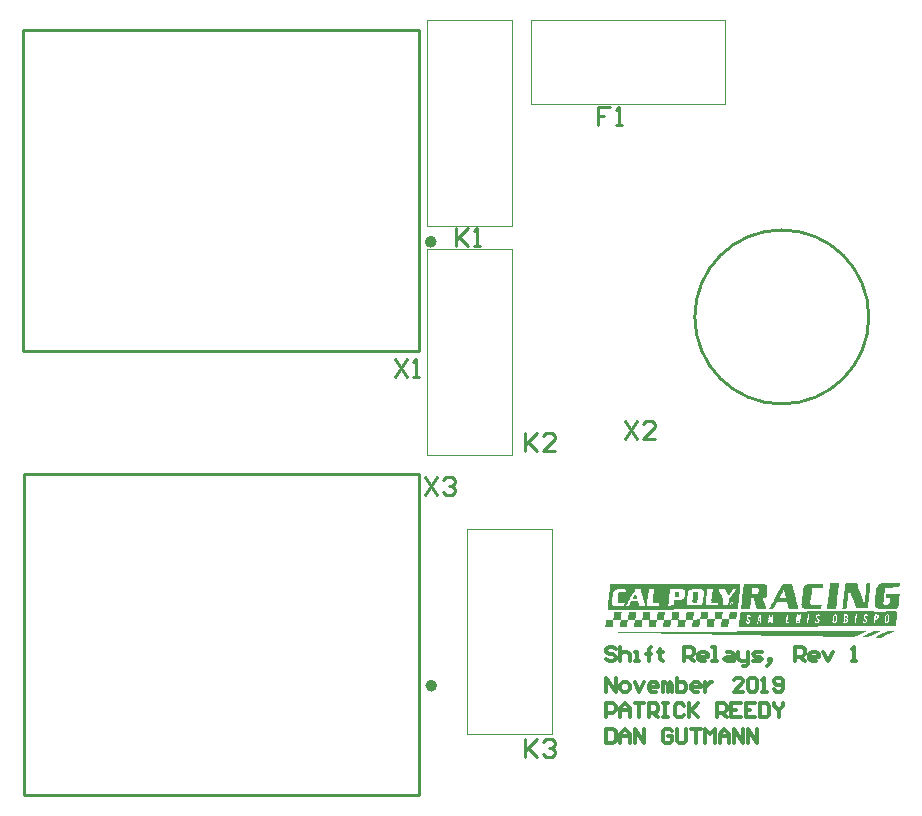
<source format=gbr>
%TF.GenerationSoftware,Altium Limited,Altium Designer,19.1.7 (138)*%
G04 Layer_Color=65535*
%FSLAX26Y26*%
%MOIN*%
%TF.FileFunction,Legend,Top*%
%TF.Part,Single*%
G01*
G75*
%TA.AperFunction,NonConductor*%
%ADD20C,0.019685*%
%ADD21C,0.010000*%
%ADD31C,0.003937*%
%ADD32C,0.012126*%
G36*
X3355262Y1384194D02*
X3356356Y1384198D01*
X3356358Y1383652D01*
X3356361Y1383105D01*
X3356368Y1381465D01*
X3355835Y1378181D01*
X3355840Y1377088D01*
X3355852Y1374354D01*
X3355327Y1369430D01*
X3354811Y1362320D01*
X3354813Y1361773D01*
X3354818Y1360679D01*
X3354280Y1358490D01*
X3354292Y1355756D01*
X3353227Y1349189D01*
X3351618Y1342074D01*
X3346875Y1301043D01*
X3308600Y1300876D01*
X3296967Y1335274D01*
X3296965Y1335821D01*
X3296413Y1336912D01*
X3295859Y1338550D01*
X3294756Y1340733D01*
X3292547Y1345645D01*
X3290334Y1351650D01*
X3290332Y1352197D01*
X3289780Y1353288D01*
X3288672Y1356564D01*
X3287562Y1360387D01*
X3285903Y1364754D01*
X3285900Y1365301D01*
X3285344Y1367485D01*
X3284790Y1369123D01*
X3284792Y1368577D01*
X3284797Y1367483D01*
X3284262Y1364747D01*
X3283735Y1360370D01*
X3283749Y1357089D01*
X3283216Y1353806D01*
X3282686Y1349976D01*
X3282158Y1345599D01*
X3281633Y1340676D01*
X3281112Y1334659D01*
X3281115Y1334112D01*
X3281119Y1333018D01*
X3280577Y1331922D01*
X3280587Y1329735D01*
X3280064Y1324265D01*
X3278997Y1318245D01*
X3278476Y1312228D01*
X3277406Y1306755D01*
X3276876Y1302926D01*
X3276336Y1301283D01*
X3276339Y1300736D01*
X3276343Y1299642D01*
X3263220Y1299585D01*
X3263216Y1300679D01*
X3263213Y1301226D01*
X3263753Y1302868D01*
X3263739Y1306149D01*
X3264276Y1308339D01*
X3264264Y1311073D01*
X3264796Y1314356D01*
X3265327Y1318186D01*
X3265852Y1323109D01*
X3266375Y1328580D01*
X3266896Y1334597D01*
X3267958Y1341710D01*
X3267956Y1342257D01*
X3267951Y1343350D01*
X3268488Y1345540D01*
X3268477Y1348274D01*
X3269542Y1354840D01*
X3270602Y1362500D01*
X3271115Y1370158D01*
X3272180Y1376724D01*
X3272169Y1379458D01*
X3272706Y1381647D01*
X3272701Y1382741D01*
X3272699Y1383288D01*
X3273787Y1384386D01*
X3312063Y1384553D01*
X3314276Y1378547D01*
X3314281Y1377454D01*
X3314835Y1375816D01*
X3315396Y1372537D01*
X3315948Y1371446D01*
X3316504Y1369261D01*
X3318164Y1364894D01*
X3319828Y1359433D01*
X3319830Y1358887D01*
X3320379Y1358342D01*
X3322034Y1355069D01*
X3323696Y1350155D01*
X3325358Y1345241D01*
X3325360Y1344694D01*
X3325909Y1344149D01*
X3327019Y1340326D01*
X3328681Y1335412D01*
X3330343Y1330498D01*
X3330894Y1329407D01*
X3331997Y1327225D01*
X3333108Y1323402D01*
X3334216Y1320126D01*
X3334218Y1319579D01*
X3334770Y1318488D01*
X3335323Y1316850D01*
X3335873Y1316305D01*
X3335870Y1316852D01*
X3336412Y1317948D01*
X3336400Y1320682D01*
X3336931Y1324512D01*
X3337465Y1327249D01*
X3337998Y1330532D01*
X3338528Y1334362D01*
X3339056Y1338738D01*
X3339581Y1343662D01*
X3340102Y1349679D01*
X3340099Y1350226D01*
X3340095Y1351319D01*
X3340634Y1352962D01*
X3340625Y1355149D01*
X3341148Y1360620D01*
X3342215Y1366639D01*
X3342734Y1373203D01*
X3343257Y1378674D01*
X3343247Y1380861D01*
X3343787Y1382503D01*
X3343782Y1383597D01*
X3343780Y1384144D01*
X3344324Y1384693D01*
X3353073Y1384731D01*
X3355262Y1384194D01*
D02*
G37*
G36*
X3454235Y1384078D02*
X3454239Y1382984D01*
X3453700Y1381341D01*
X3453709Y1379154D01*
X3453172Y1376965D01*
X3452104Y1370945D01*
X3408908Y1370757D01*
X3407816Y1370206D01*
X3407270Y1370203D01*
X3406725Y1369654D01*
X3405636Y1368556D01*
X3405097Y1366913D01*
X3405099Y1366366D01*
X3405104Y1365272D01*
X3404564Y1363630D01*
X3404579Y1360349D01*
X3404051Y1355972D01*
X3402983Y1349953D01*
X3401923Y1342293D01*
X3401928Y1341199D01*
X3401393Y1338463D01*
X3400863Y1334633D01*
X3400882Y1330258D01*
X3400354Y1325882D01*
X3399824Y1322052D01*
X3399289Y1319315D01*
X3399296Y1317675D01*
X3399298Y1317128D01*
X3399850Y1316037D01*
X3400948Y1314948D01*
X3402047Y1313860D01*
X3412436Y1313905D01*
X3415167Y1314463D01*
X3416805Y1315017D01*
X3417352Y1315020D01*
X3417897Y1315569D01*
X3420074Y1317765D01*
X3420616Y1318861D01*
X3421158Y1319957D01*
X3421696Y1322147D01*
X3421686Y1324334D01*
X3422219Y1327617D01*
X3422749Y1331447D01*
X3422727Y1336369D01*
X3406870Y1336300D01*
X3406866Y1337393D01*
X3406861Y1338487D01*
X3407398Y1340676D01*
X3407391Y1342317D01*
X3407928Y1344506D01*
X3408996Y1350526D01*
X3450552Y1350707D01*
X3453288Y1350172D01*
X3454382Y1350176D01*
X3454384Y1349630D01*
X3454389Y1348536D01*
X3453849Y1346893D01*
X3453861Y1344159D01*
X3453334Y1339783D01*
X3452266Y1333763D01*
X3451736Y1329933D01*
X3451208Y1325556D01*
X3451213Y1324463D01*
X3450678Y1321726D01*
X3450148Y1317896D01*
X3450167Y1313522D01*
X3449639Y1309145D01*
X3449112Y1304769D01*
X3448577Y1302032D01*
X3448579Y1301485D01*
X3448581Y1300939D01*
X3444207Y1300920D01*
X3440382Y1300356D01*
X3398825Y1300175D01*
X3392262Y1300694D01*
X3382966Y1300653D01*
X3381323Y1301193D01*
X3380230Y1301188D01*
X3379680Y1301732D01*
X3376393Y1303359D01*
X3374747Y1304445D01*
X3373098Y1306625D01*
X3371992Y1309354D01*
X3370884Y1312630D01*
X3370879Y1313724D01*
X3370872Y1315364D01*
X3370863Y1317551D01*
X3370846Y1321379D01*
X3370822Y1326847D01*
X3371341Y1333411D01*
X3372396Y1342164D01*
X3372391Y1343258D01*
X3372926Y1345994D01*
X3373459Y1349277D01*
X3373986Y1353654D01*
X3374514Y1358031D01*
X3375042Y1362408D01*
X3375577Y1365144D01*
X3375570Y1366784D01*
X3375567Y1367331D01*
X3376110Y1368427D01*
X3376649Y1370070D01*
X3377733Y1372262D01*
X3380993Y1377197D01*
X3385348Y1381591D01*
X3385892Y1382140D01*
X3386983Y1382691D01*
X3388622Y1383245D01*
X3390806Y1383802D01*
X3391353Y1383804D01*
X3392991Y1384358D01*
X3399553Y1384387D01*
X3405018Y1384957D01*
X3454230Y1385171D01*
X3454235Y1384078D01*
D02*
G37*
G36*
X3251374Y1383195D02*
X3251376Y1382648D01*
X3251383Y1381008D01*
X3250848Y1378271D01*
X3250311Y1376082D01*
X3250325Y1372801D01*
X3249793Y1369518D01*
X3249263Y1365688D01*
X3248737Y1360764D01*
X3248214Y1355294D01*
X3247696Y1348730D01*
X3246633Y1341617D01*
X3246636Y1341070D01*
X3246640Y1339977D01*
X3246103Y1337787D01*
X3246115Y1335053D01*
X3245050Y1328487D01*
X3244537Y1320829D01*
X3243474Y1313716D01*
X3242411Y1306603D01*
X3242423Y1303869D01*
X3241883Y1302226D01*
X3241891Y1300586D01*
X3241893Y1300039D01*
X3240253Y1300032D01*
X3238068Y1299476D01*
X3211275Y1299359D01*
X3211270Y1300453D01*
X3211265Y1301546D01*
X3211805Y1303189D01*
X3212338Y1306472D01*
X3212875Y1308662D01*
X3213410Y1311398D01*
X3213395Y1314679D01*
X3214470Y1319058D01*
X3214998Y1323435D01*
X3215521Y1328905D01*
X3216039Y1335469D01*
X3217102Y1342582D01*
X3221842Y1384160D01*
X3251369Y1384289D01*
X3251374Y1383195D01*
D02*
G37*
G36*
X3199975Y1382971D02*
X3199980Y1381878D01*
X3199989Y1379690D01*
X3199461Y1375314D01*
X3198938Y1369843D01*
X3167771Y1369708D01*
X3165586Y1369151D01*
X3164493Y1369147D01*
X3163948Y1368598D01*
X3163406Y1367502D01*
X3162867Y1365859D01*
X3162869Y1365312D01*
X3162325Y1364763D01*
X3161787Y1362573D01*
X3161252Y1359837D01*
X3160725Y1355460D01*
X3160204Y1349443D01*
X3159674Y1345613D01*
X3159146Y1341236D01*
X3155972Y1316616D01*
X3157071Y1315527D01*
X3157073Y1314981D01*
X3158171Y1313892D01*
X3193713Y1314046D01*
X3193718Y1312953D01*
X3193723Y1311859D01*
X3193185Y1309670D01*
X3192655Y1305840D01*
X3191590Y1299274D01*
X3151674Y1299100D01*
X3146204Y1299623D01*
X3141283Y1299601D01*
X3136906Y1300129D01*
X3135810Y1300671D01*
X3134716Y1300667D01*
X3134167Y1301211D01*
X3131426Y1302839D01*
X3130877Y1303384D01*
X3129227Y1305564D01*
X3127570Y1309384D01*
X3126453Y1314848D01*
X3126450Y1315394D01*
X3126443Y1317035D01*
X3126980Y1319224D01*
X3126968Y1321958D01*
X3128041Y1326884D01*
X3128564Y1332354D01*
X3129624Y1340014D01*
X3129622Y1340561D01*
X3129619Y1341108D01*
X3130154Y1343844D01*
X3130682Y1348221D01*
X3131207Y1353145D01*
X3131730Y1358615D01*
X3132258Y1362992D01*
X3132788Y1366822D01*
X3133325Y1369011D01*
X3133323Y1369558D01*
X3133865Y1370654D01*
X3134949Y1372846D01*
X3136580Y1375040D01*
X3138755Y1377784D01*
X3140933Y1379980D01*
X3144204Y1382182D01*
X3148025Y1383839D01*
X3199970Y1384065D01*
X3199975Y1382971D01*
D02*
G37*
G36*
X3103894Y1347011D02*
X3103896Y1346464D01*
X3104445Y1345920D01*
X3104999Y1344282D01*
X3105555Y1342097D01*
X3107222Y1336089D01*
X3108893Y1328988D01*
X3108896Y1328441D01*
X3109447Y1327350D01*
X3110004Y1325165D01*
X3110560Y1322980D01*
X3112224Y1317520D01*
X3113339Y1312603D01*
X3113891Y1311512D01*
X3114447Y1309327D01*
X3115003Y1307142D01*
X3115010Y1305502D01*
X3116679Y1298948D01*
X3085512Y1298812D01*
X3082184Y1309734D01*
X3082181Y1310280D01*
X3081630Y1311372D01*
X3081066Y1315197D01*
X3079958Y1318473D01*
X3079407Y1319564D01*
X3079405Y1320111D01*
X3079400Y1321204D01*
X3044952Y1321054D01*
X3038987Y1309546D01*
X3031926Y1298579D01*
X3018256Y1298519D01*
X3018796Y1300162D01*
X3019885Y1301261D01*
X3020969Y1303452D01*
X3022050Y1306191D01*
X3024223Y1309481D01*
X3026392Y1313865D01*
X3029649Y1319348D01*
X3033448Y1325926D01*
X3037786Y1334147D01*
X3043214Y1343466D01*
X3049181Y1354428D01*
X3056235Y1367035D01*
X3064375Y1381288D01*
X3065459Y1383479D01*
X3094986Y1383608D01*
X3103894Y1347011D01*
D02*
G37*
G36*
X2968681Y1381965D02*
X3005316Y1382124D01*
X3005865Y1381580D01*
X3008057Y1380496D01*
X3010251Y1378865D01*
X3011904Y1376138D01*
X3012455Y1375047D01*
X3012460Y1373953D01*
X3013014Y1372315D01*
X3013026Y1369581D01*
X3013040Y1366301D01*
X3012512Y1361924D01*
X3011989Y1356453D01*
X3011992Y1355907D01*
X3011999Y1354266D01*
X3012008Y1352079D01*
X3011474Y1349343D01*
X3010950Y1343872D01*
X3010960Y1341685D01*
X3010418Y1340589D01*
X3009874Y1340040D01*
X3008243Y1337846D01*
X3004969Y1336191D01*
X3000602Y1334532D01*
X2998415Y1334522D01*
X2998966Y1333431D01*
X2998971Y1332337D01*
X3000074Y1330155D01*
X3001182Y1326879D01*
X3002294Y1322509D01*
X3004508Y1316504D01*
X3005057Y1315960D01*
X3005613Y1313775D01*
X3006719Y1311046D01*
X3007827Y1307770D01*
X3008937Y1303947D01*
X3009496Y1301215D01*
X3010599Y1299033D01*
X3010601Y1298486D01*
X2977794Y1298343D01*
X2977240Y1299981D01*
X2977237Y1300528D01*
X2977235Y1301075D01*
X2976683Y1302166D01*
X2976681Y1302713D01*
X2976127Y1304351D01*
X2975571Y1306536D01*
X2974463Y1309812D01*
X2974458Y1310905D01*
X2973904Y1312543D01*
X2973345Y1315275D01*
X2972787Y1318006D01*
X2967794Y1334389D01*
X2959592Y1334353D01*
X2959048Y1333804D01*
X2959052Y1332710D01*
X2959057Y1331617D01*
X2958520Y1329427D01*
X2958534Y1326147D01*
X2958006Y1321770D01*
X2957486Y1315753D01*
X2957488Y1315206D01*
X2956949Y1313563D01*
X2956414Y1310827D01*
X2955881Y1307544D01*
X2955884Y1306997D01*
X2955346Y1304807D01*
X2955356Y1302620D01*
X2954819Y1300430D01*
X2954821Y1299884D01*
X2954823Y1299337D01*
X2954279Y1298788D01*
X2954281Y1298241D01*
X2924754Y1298112D01*
X2924750Y1299206D01*
X2924747Y1299753D01*
X2925287Y1301396D01*
X2925275Y1304130D01*
X2925812Y1306319D01*
X2925800Y1309053D01*
X2926333Y1312336D01*
X2926861Y1316713D01*
X2927388Y1321090D01*
X2927911Y1326560D01*
X2928430Y1333124D01*
X2929492Y1340237D01*
X2929490Y1340784D01*
X2929485Y1341878D01*
X2930022Y1344067D01*
X2930011Y1346801D01*
X2931076Y1353367D01*
X2932138Y1360480D01*
X2933198Y1368140D01*
X2933717Y1374704D01*
X2934252Y1377441D01*
X2934789Y1379630D01*
X2935329Y1381273D01*
X2935326Y1381820D01*
X2935322Y1382913D01*
X2968681Y1381965D01*
D02*
G37*
G36*
X2923297Y1381767D02*
X2923299Y1381221D01*
X2923309Y1379033D01*
X2922774Y1376297D01*
X2922239Y1373561D01*
X2922251Y1370827D01*
X2921718Y1367543D01*
X2921191Y1363167D01*
X2920665Y1358243D01*
X2920142Y1352773D01*
X2919624Y1346209D01*
X2918561Y1339096D01*
X2913818Y1298065D01*
X2480210Y1296178D01*
X2480205Y1297272D01*
X2480201Y1298365D01*
X2480740Y1300008D01*
X2480726Y1303289D01*
X2481263Y1305478D01*
X2481251Y1308212D01*
X2481784Y1311496D01*
X2482314Y1315325D01*
X2482842Y1319702D01*
X2483365Y1325173D01*
X2483885Y1331190D01*
X2484948Y1338303D01*
X2484946Y1338850D01*
X2484941Y1339943D01*
X2485478Y1342133D01*
X2485466Y1344867D01*
X2486531Y1351433D01*
X2487592Y1359093D01*
X2488105Y1366750D01*
X2489170Y1373317D01*
X2489158Y1376051D01*
X2489696Y1378240D01*
X2489691Y1379334D01*
X2489689Y1379881D01*
X2489684Y1380974D01*
X2924386Y1382866D01*
X2923297Y1381767D01*
D02*
G37*
G36*
X2767320Y1287585D02*
X2767325Y1286491D01*
X2767332Y1284851D01*
X2766793Y1283208D01*
X2766804Y1280474D01*
X2766274Y1276644D01*
X2766277Y1276098D01*
X2766281Y1275004D01*
X2766291Y1272817D01*
X2765754Y1270627D01*
X2765763Y1268440D01*
X2765226Y1266251D01*
X2765231Y1265157D01*
X2764686Y1264608D01*
X2764689Y1264061D01*
X2741176Y1263959D01*
X2741179Y1263412D01*
X2741184Y1262318D01*
X2740644Y1260675D01*
X2740107Y1258486D01*
X2739572Y1255749D01*
X2739042Y1251920D01*
X2739044Y1251373D01*
X2739049Y1250279D01*
X2738516Y1246996D01*
X2737988Y1242619D01*
X2737996Y1240979D01*
X2738000Y1239885D01*
X2738003Y1239339D01*
X2713397Y1239232D01*
X2713395Y1239778D01*
X2713392Y1240325D01*
X2713390Y1240872D01*
X2713930Y1242515D01*
X2713920Y1244702D01*
X2714452Y1247985D01*
X2714983Y1251815D01*
X2714980Y1252362D01*
X2715522Y1253458D01*
X2715513Y1255645D01*
X2716050Y1257834D01*
X2716041Y1260022D01*
X2716578Y1262211D01*
X2716573Y1263305D01*
X2716571Y1263851D01*
X2692512Y1263747D01*
X2692514Y1263200D01*
X2692517Y1262653D01*
X2692521Y1261560D01*
X2691982Y1259917D01*
X2691991Y1257730D01*
X2691459Y1254447D01*
X2690928Y1250617D01*
X2689885Y1239129D01*
X2665279Y1239022D01*
X2665277Y1239569D01*
X2665272Y1240662D01*
X2665811Y1242305D01*
X2665802Y1244492D01*
X2665790Y1247226D01*
X2666320Y1251056D01*
X2666318Y1251603D01*
X2666860Y1252699D01*
X2666850Y1254886D01*
X2667388Y1257076D01*
X2667918Y1260906D01*
X2667911Y1262546D01*
X2667908Y1263093D01*
X2666265Y1263633D01*
X2644394Y1263537D01*
X2644398Y1262444D01*
X2644401Y1261897D01*
X2644406Y1260803D01*
X2643864Y1259707D01*
X2643873Y1257520D01*
X2643341Y1254237D01*
X2642811Y1250407D01*
X2641767Y1238920D01*
X2617161Y1238813D01*
X2617159Y1239360D01*
X2617156Y1239906D01*
X2617694Y1242096D01*
X2618226Y1245379D01*
X2618756Y1249209D01*
X2619267Y1257413D01*
X2619800Y1260696D01*
X2619788Y1263430D01*
X2644394Y1263537D01*
X2644391Y1264084D01*
X2644389Y1264631D01*
X2644384Y1265725D01*
X2644926Y1266821D01*
X2644917Y1269008D01*
X2644903Y1272289D01*
X2645433Y1276119D01*
X2647568Y1288158D01*
X2671080Y1288260D01*
X2671084Y1287166D01*
X2671089Y1286073D01*
X2670552Y1283883D01*
X2670019Y1280600D01*
X2669489Y1276770D01*
X2668961Y1272393D01*
X2668431Y1268563D01*
X2667896Y1265827D01*
X2667903Y1264187D01*
X2669544Y1264194D01*
X2671187Y1263654D01*
X2692512Y1263747D01*
X2692509Y1264294D01*
X2692507Y1264840D01*
X2693044Y1267030D01*
X2693577Y1270313D01*
X2694107Y1274143D01*
X2695165Y1282350D01*
X2695697Y1285633D01*
X2695685Y1288367D01*
X2719198Y1288469D01*
X2719202Y1287376D01*
X2719205Y1286829D01*
X2718667Y1284639D01*
X2718133Y1281903D01*
X2718147Y1278622D01*
X2717086Y1270962D01*
X2716554Y1267679D01*
X2716568Y1264398D01*
X2718209Y1264406D01*
X2719305Y1263863D01*
X2741176Y1263959D01*
X2741174Y1264505D01*
X2741172Y1265052D01*
X2741169Y1265599D01*
X2741709Y1267242D01*
X2741699Y1269429D01*
X2741685Y1272710D01*
X2742215Y1276540D01*
X2742213Y1277086D01*
X2742755Y1278182D01*
X2742745Y1280370D01*
X2743283Y1282559D01*
X2743273Y1284746D01*
X2743811Y1286936D01*
X2743806Y1288030D01*
X2743803Y1288576D01*
X2767316Y1288679D01*
X2767320Y1287585D01*
D02*
G37*
G36*
X2622417Y1287501D02*
X2622964Y1287504D01*
X2622971Y1285863D01*
X2622432Y1284220D01*
X2622441Y1282033D01*
X2621906Y1279297D01*
X2621376Y1275467D01*
X2621378Y1274920D01*
X2621383Y1273827D01*
X2620846Y1271637D01*
X2620855Y1269450D01*
X2620325Y1265620D01*
X2619786Y1263977D01*
X2619788Y1263430D01*
X2597916Y1263335D01*
X2596825Y1262784D01*
X2596278Y1262781D01*
X2596285Y1261141D01*
X2595746Y1259498D01*
X2595755Y1257311D01*
X2595220Y1254575D01*
X2594690Y1250745D01*
X2594693Y1250198D01*
X2594697Y1249104D01*
X2594160Y1246915D01*
X2594169Y1244727D01*
X2593639Y1240898D01*
X2593646Y1239257D01*
X2593649Y1238710D01*
X2569043Y1238603D01*
X2569041Y1239150D01*
X2569038Y1239697D01*
X2569036Y1240244D01*
X2569576Y1241887D01*
X2569566Y1244074D01*
X2569552Y1247354D01*
X2570082Y1251184D01*
X2570080Y1251731D01*
X2570622Y1252827D01*
X2570612Y1255014D01*
X2571149Y1257204D01*
X2571140Y1259391D01*
X2571677Y1261581D01*
X2571672Y1262674D01*
X2571670Y1263221D01*
X2548158Y1263119D01*
X2548160Y1262572D01*
X2548165Y1261478D01*
X2547623Y1260382D01*
X2547086Y1258193D01*
X2546553Y1254910D01*
X2546023Y1251080D01*
X2544984Y1238499D01*
X2520378Y1238392D01*
X2520376Y1238938D01*
X2520371Y1240032D01*
X2520911Y1241675D01*
X2520901Y1243862D01*
X2521436Y1246598D01*
X2521966Y1250428D01*
X2521964Y1250975D01*
X2522506Y1252071D01*
X2522497Y1254258D01*
X2523034Y1256448D01*
X2523564Y1260278D01*
X2523557Y1261918D01*
X2523555Y1262465D01*
X2523008Y1262463D01*
X2521912Y1263005D01*
X2500040Y1262909D01*
X2500042Y1262362D01*
X2500045Y1261816D01*
X2499515Y1257986D01*
X2498984Y1254156D01*
X2497910Y1249777D01*
X2496866Y1238289D01*
X2472260Y1238182D01*
X2472253Y1239823D01*
X2472251Y1240369D01*
X2472793Y1241465D01*
X2472791Y1242012D01*
X2473335Y1242561D01*
X2473328Y1244202D01*
X2473865Y1246391D01*
X2473863Y1246938D01*
X2474402Y1248581D01*
X2474388Y1251862D01*
X2475434Y1262802D01*
X2500040Y1262909D01*
X2500037Y1263456D01*
X2500035Y1264003D01*
X2500028Y1265643D01*
X2500023Y1266737D01*
X2500014Y1268924D01*
X2500549Y1271660D01*
X2500532Y1275488D01*
X2502667Y1287527D01*
X2527273Y1287634D01*
X2526184Y1286536D01*
X2526186Y1285989D01*
X2526196Y1283802D01*
X2525661Y1281065D01*
X2525677Y1277238D01*
X2525164Y1269580D01*
X2524631Y1266297D01*
X2524643Y1263563D01*
X2526284Y1263570D01*
X2527380Y1263028D01*
X2548158Y1263119D01*
X2548155Y1263666D01*
X2548153Y1264212D01*
X2548151Y1264759D01*
X2548690Y1266402D01*
X2548681Y1268589D01*
X2548667Y1271870D01*
X2549197Y1275700D01*
X2549194Y1276246D01*
X2549736Y1277342D01*
X2549727Y1279530D01*
X2550264Y1281719D01*
X2550255Y1283906D01*
X2550792Y1286096D01*
X2550787Y1287190D01*
X2550785Y1287736D01*
X2575390Y1287843D01*
X2574302Y1286745D01*
X2574304Y1286198D01*
X2574309Y1285105D01*
X2574314Y1284011D01*
X2574323Y1281824D01*
X2573791Y1278541D01*
X2573807Y1274713D01*
X2572764Y1263226D01*
X2584244Y1263822D01*
X2596273Y1263875D01*
X2597315Y1275909D01*
X2597312Y1276456D01*
X2597854Y1277552D01*
X2597845Y1279739D01*
X2598382Y1281929D01*
X2598373Y1284116D01*
X2598910Y1286305D01*
X2598905Y1287399D01*
X2598903Y1287946D01*
X2621321Y1288043D01*
X2622417Y1287501D01*
D02*
G37*
G36*
X3374807Y1290775D02*
X3439876Y1291058D01*
X3443706Y1290528D01*
X3446439Y1290540D01*
X3446442Y1289993D01*
X3446449Y1288353D01*
X3445916Y1285070D01*
X3445938Y1280149D01*
X3444873Y1273582D01*
X3443815Y1265376D01*
X3442767Y1254982D01*
X3441697Y1249509D01*
X3440632Y1242943D01*
X3440634Y1242396D01*
X2918445Y1240124D01*
X2918443Y1240670D01*
X2918440Y1241217D01*
X2918433Y1242858D01*
X2918968Y1245594D01*
X2918947Y1250515D01*
X2919467Y1256532D01*
X2919997Y1260362D01*
X2920525Y1264739D01*
X2921050Y1269662D01*
X2922120Y1275135D01*
X2922639Y1281699D01*
X2923704Y1288265D01*
X2923699Y1289359D01*
X3363322Y1291272D01*
X3374807Y1290775D01*
D02*
G37*
G36*
X2912221Y1288216D02*
X2912223Y1287669D01*
X2912228Y1286575D01*
X2912230Y1286028D01*
X2912233Y1285482D01*
X2911700Y1282198D01*
X2911703Y1281652D01*
X2911707Y1280558D01*
X2911170Y1278368D01*
X2911180Y1276181D01*
X2909042Y1264689D01*
X2885530Y1264587D01*
X2885533Y1264040D01*
X2885537Y1262946D01*
X2884995Y1261850D01*
X2885005Y1259663D01*
X2884472Y1256380D01*
X2883942Y1252550D01*
X2883945Y1252003D01*
X2883949Y1250910D01*
X2883412Y1248720D01*
X2883422Y1246533D01*
X2882894Y1242156D01*
X2882901Y1240516D01*
X2882903Y1239969D01*
X2858298Y1239862D01*
X2858295Y1240409D01*
X2858293Y1240956D01*
X2858286Y1242596D01*
X2858828Y1243692D01*
X2858818Y1245879D01*
X2858806Y1248613D01*
X2859336Y1252443D01*
X2859334Y1252990D01*
X2859876Y1254086D01*
X2860406Y1257916D01*
X2860934Y1262293D01*
X2860927Y1263933D01*
X2860925Y1264480D01*
X2884437Y1264582D01*
X2885528Y1265133D01*
X2885526Y1265680D01*
X2885521Y1266774D01*
X2886063Y1267870D01*
X2886053Y1270057D01*
X2886039Y1273338D01*
X2886569Y1277168D01*
X2888704Y1289207D01*
X2912216Y1289309D01*
X2912221Y1288216D01*
D02*
G37*
G36*
X2864101Y1288553D02*
X2864105Y1287459D01*
X2863563Y1286363D01*
X2863573Y1284176D01*
X2863040Y1280893D01*
X2862510Y1277063D01*
X2862512Y1276516D01*
X2862517Y1275423D01*
X2861980Y1273233D01*
X2861990Y1271046D01*
X2861462Y1266669D01*
X2860922Y1265026D01*
X2860925Y1264480D01*
X2837412Y1264377D01*
X2835278Y1252338D01*
X2835280Y1251792D01*
X2835285Y1250698D01*
X2835294Y1248511D01*
X2835304Y1246324D01*
X2834776Y1241947D01*
X2834783Y1240306D01*
X2834785Y1239760D01*
X2810180Y1239653D01*
X2810177Y1240199D01*
X2810175Y1240746D01*
X2810168Y1242387D01*
X2810710Y1243483D01*
X2810700Y1245670D01*
X2810688Y1248404D01*
X2811218Y1252234D01*
X2811216Y1252780D01*
X2811758Y1253876D01*
X2812288Y1257706D01*
X2812816Y1262083D01*
X2812809Y1263724D01*
X2812807Y1264270D01*
X2836319Y1264373D01*
X2837410Y1264924D01*
X2837408Y1265471D01*
X2837400Y1267111D01*
X2837940Y1268754D01*
X2837931Y1270941D01*
X2837919Y1273675D01*
X2838451Y1276958D01*
X2838449Y1277505D01*
X2838444Y1278599D01*
X2838974Y1282429D01*
X2839502Y1286805D01*
X2839495Y1288446D01*
X2839492Y1288993D01*
X2864098Y1289100D01*
X2864101Y1288553D01*
D02*
G37*
G36*
X2815436Y1288341D02*
X2815438Y1287794D01*
X2815448Y1285607D01*
X2814910Y1283418D01*
X2814925Y1280137D01*
X2814397Y1275760D01*
X2813872Y1270837D01*
X2812804Y1264817D01*
X2812807Y1264270D01*
X2789294Y1264168D01*
X2787160Y1252129D01*
X2787162Y1251582D01*
X2787167Y1250489D01*
X2786637Y1246659D01*
X2786109Y1242282D01*
X2786113Y1241188D01*
X2786118Y1240095D01*
X2786121Y1239548D01*
X2761515Y1239441D01*
X2761512Y1239988D01*
X2761508Y1241081D01*
X2761501Y1242722D01*
X2762038Y1244911D01*
X2762026Y1247645D01*
X2763101Y1252024D01*
X2763626Y1256948D01*
X2764693Y1262967D01*
X2764689Y1264061D01*
X2789294Y1264168D01*
X2790338Y1275655D01*
X2790336Y1276202D01*
X2790331Y1277296D01*
X2790321Y1279483D01*
X2790859Y1281672D01*
X2790849Y1283860D01*
X2791386Y1286049D01*
X2791382Y1287143D01*
X2791926Y1287692D01*
X2791921Y1288786D01*
X2815434Y1288888D01*
X2815436Y1288341D01*
D02*
G37*
G36*
X3304007Y1225397D02*
X3343923Y1225571D01*
X3343378Y1225022D01*
X3341743Y1223921D01*
X3339560Y1222818D01*
X3335740Y1221161D01*
X3330831Y1218406D01*
X3323737Y1215094D01*
X3303001Y1205161D01*
X2886847Y1213193D01*
X2876458Y1213148D01*
X2868801Y1213661D01*
X2859505Y1213621D01*
X2848567Y1214120D01*
X2835991Y1214065D01*
X2821772Y1214550D01*
X2806459Y1215030D01*
X2790602Y1214961D01*
X2773102Y1215432D01*
X2755056Y1215900D01*
X2736462Y1216366D01*
X2717871Y1216285D01*
X2679044Y1217210D01*
X2640217Y1218134D01*
X2621077Y1218598D01*
X2602483Y1219064D01*
X2584439Y1218985D01*
X2567486Y1219458D01*
X2551080Y1219934D01*
X2535767Y1220414D01*
X2521550Y1220352D01*
X2508972Y1220844D01*
X2498036Y1220797D01*
X2488738Y1221303D01*
X2481083Y1221270D01*
X2475613Y1221793D01*
X2515529Y1221966D01*
X2525369Y1222556D01*
X3290881Y1225887D01*
X3304007Y1225397D01*
D02*
G37*
G36*
X3390947Y1225775D02*
X3390403Y1225226D01*
X3388767Y1224126D01*
X3386585Y1223023D01*
X3382764Y1221366D01*
X3377308Y1218608D01*
X3370214Y1215296D01*
X3348390Y1204265D01*
X3335267Y1204208D01*
X3331437Y1204738D01*
X3327607Y1205268D01*
X3325967Y1205261D01*
X3326511Y1205810D01*
X3328149Y1206364D01*
X3331423Y1208019D01*
X3331969Y1208021D01*
X3332514Y1208570D01*
X3335787Y1210225D01*
X3340152Y1212431D01*
X3346702Y1215194D01*
X3367979Y1226222D01*
X3389851Y1226318D01*
X3390947Y1225775D01*
D02*
G37*
G36*
X3438518Y1225983D02*
X3437974Y1225433D01*
X3436338Y1224333D01*
X3433611Y1222680D01*
X3429244Y1221021D01*
X3423788Y1218263D01*
X3416150Y1214402D01*
X3392685Y1203364D01*
X3382296Y1203319D01*
X3379013Y1203851D01*
X3374636Y1204379D01*
X3371902Y1204367D01*
X3372447Y1204916D01*
X3374082Y1206017D01*
X3376811Y1207123D01*
X3380085Y1208777D01*
X3385541Y1211535D01*
X3392633Y1215394D01*
X3415550Y1226429D01*
X3437422Y1226525D01*
X3438518Y1225983D01*
D02*
G37*
%LPC*%
G36*
X3068278Y1363807D02*
X3067736Y1362711D01*
X3066650Y1361066D01*
X3065566Y1358874D01*
X3064482Y1356682D01*
X3064484Y1356135D01*
X3063940Y1355586D01*
X3062314Y1352298D01*
X3059601Y1347365D01*
X3056891Y1341885D01*
X3056893Y1341338D01*
X3056349Y1340789D01*
X3055265Y1338597D01*
X3054183Y1335858D01*
X3053639Y1335309D01*
X3053641Y1334763D01*
X3064577Y1334810D01*
X3075508Y1335951D01*
X3075506Y1336498D01*
X3074954Y1337589D01*
X3074952Y1338136D01*
X3074400Y1339227D01*
X3073846Y1340865D01*
X3073290Y1343050D01*
X3073287Y1343597D01*
X3072733Y1345235D01*
X3072168Y1349607D01*
X3072165Y1350154D01*
X3071611Y1351792D01*
X3071055Y1353976D01*
X3070496Y1356708D01*
X3069391Y1359437D01*
X3068835Y1361622D01*
X3068281Y1363260D01*
X3068278Y1363807D01*
D02*
G37*
G36*
X2982410Y1368354D02*
X2962726Y1368269D01*
X2962219Y1358971D01*
X2962222Y1358424D01*
X2962226Y1357331D01*
X2961694Y1354047D01*
X2961164Y1350217D01*
X2961168Y1349124D01*
X2961171Y1348577D01*
X2978668Y1348653D01*
X2980306Y1349207D01*
X2980853Y1349209D01*
X2980851Y1349756D01*
X2981393Y1350852D01*
X2981935Y1351948D01*
X2982474Y1353591D01*
X2983009Y1356327D01*
X2983544Y1359064D01*
X2983542Y1359611D01*
X2983539Y1360157D01*
X2984072Y1363440D01*
X2983511Y1366719D01*
X2982959Y1367810D01*
X2982410Y1368354D01*
D02*
G37*
G36*
X2908602Y1365846D02*
X2898760Y1365803D01*
X2891157Y1353740D01*
X2890613Y1353191D01*
X2890071Y1352095D01*
X2887351Y1348803D01*
X2884634Y1344963D01*
X2884092Y1343867D01*
X2883547Y1343318D01*
X2882996Y1344409D01*
X2882442Y1346047D01*
X2881341Y1347683D01*
X2880236Y1350412D01*
X2878581Y1353686D01*
X2872514Y1365689D01*
X2850642Y1365594D01*
X2850647Y1364500D01*
X2850649Y1363954D01*
X2851198Y1363409D01*
X2851750Y1362318D01*
X2852853Y1360135D01*
X2853959Y1357406D01*
X2856165Y1353041D01*
X2858920Y1348132D01*
X2866644Y1332308D01*
X2864505Y1321363D01*
X2864507Y1320816D01*
X2864512Y1319723D01*
X2864526Y1316442D01*
X2863994Y1313159D01*
X2863998Y1312065D01*
X2864001Y1311518D01*
X2882592Y1311599D01*
X2883642Y1321446D01*
X2885240Y1331296D01*
X2896107Y1347200D01*
X2896651Y1347749D01*
X2897738Y1349395D01*
X2899366Y1352136D01*
X2900995Y1354877D01*
X2901539Y1355426D01*
X2902626Y1357071D01*
X2904256Y1359265D01*
X2905343Y1360911D01*
X2905887Y1361460D01*
X2906429Y1362556D01*
X2906974Y1363105D01*
X2908065Y1363657D01*
X2908602Y1365846D01*
D02*
G37*
G36*
X2896216Y1322048D02*
X2894576Y1322041D01*
X2893485Y1321489D01*
X2892940Y1320940D01*
X2891305Y1319839D01*
X2889671Y1318192D01*
X2889134Y1316002D01*
X2889137Y1315455D01*
X2889688Y1314364D01*
X2890789Y1312728D01*
X2892434Y1311642D01*
X2895168Y1311654D01*
X2897350Y1312757D01*
X2898439Y1313855D01*
X2898979Y1315498D01*
X2899523Y1316047D01*
X2899516Y1317688D01*
X2898960Y1319872D01*
X2898411Y1320417D01*
X2897312Y1321506D01*
X2896765Y1321503D01*
X2896216Y1322048D01*
D02*
G37*
G36*
X2832051Y1365513D02*
X2814007Y1365434D01*
X2812916Y1364883D01*
X2812369Y1364880D01*
X2812371Y1364334D01*
X2812376Y1363240D01*
X2811839Y1361051D01*
X2811853Y1357770D01*
X2811325Y1353393D01*
X2810262Y1346280D01*
X2809732Y1342450D01*
X2809207Y1337526D01*
X2809209Y1336980D01*
X2809212Y1336433D01*
X2808677Y1333697D01*
X2808149Y1329320D01*
X2808171Y1324399D01*
X2807645Y1319475D01*
X2807115Y1315645D01*
X2806582Y1312362D01*
X2806585Y1311815D01*
X2806587Y1311268D01*
X2848144Y1311449D01*
X2848132Y1314183D01*
X2848129Y1314730D01*
X2848669Y1316373D01*
X2849209Y1318016D01*
X2849204Y1319109D01*
X2849199Y1320203D01*
X2826234Y1320103D01*
X2826231Y1320650D01*
X2826224Y1322290D01*
X2826759Y1325026D01*
X2826740Y1329401D01*
X2827807Y1335420D01*
X2828868Y1343080D01*
X2829921Y1352380D01*
X2830988Y1358400D01*
X2832056Y1364419D01*
X2832051Y1365513D01*
D02*
G37*
G36*
X2794869Y1365351D02*
X2765889Y1365225D01*
X2762064Y1364662D01*
X2758238Y1364098D01*
X2756054Y1363542D01*
X2754416Y1362988D01*
X2753871Y1362439D01*
X2751689Y1361336D01*
X2750058Y1359141D01*
X2748434Y1355307D01*
X2748437Y1354760D01*
X2747899Y1352570D01*
X2747364Y1349834D01*
X2746837Y1345457D01*
X2745765Y1340531D01*
X2745242Y1335061D01*
X2744723Y1328497D01*
X2744752Y1321936D01*
X2744754Y1321389D01*
X2744766Y1318655D01*
X2744769Y1318108D01*
X2745872Y1315926D01*
X2747521Y1313745D01*
X2749716Y1312115D01*
X2750263Y1312117D01*
X2751358Y1311575D01*
X2755733Y1311594D01*
X2759016Y1311062D01*
X2778701Y1311147D01*
X2781979Y1311708D01*
X2788541Y1311737D01*
X2790179Y1312291D01*
X2791270Y1312842D01*
X2793450Y1314492D01*
X2795620Y1318329D01*
X2797786Y1323260D01*
X2797784Y1323807D01*
X2797781Y1324353D01*
X2798321Y1325996D01*
X2798314Y1327637D01*
X2798849Y1330373D01*
X2799381Y1333656D01*
X2799909Y1338033D01*
X2799904Y1339126D01*
X2799897Y1340767D01*
X2800430Y1344050D01*
X2800413Y1347878D01*
X2800396Y1351705D01*
X2800380Y1355533D01*
X2800368Y1358267D01*
X2799811Y1360451D01*
X2799809Y1360998D01*
X2798711Y1362087D01*
X2797613Y1363176D01*
X2795421Y1364260D01*
X2794869Y1365351D01*
D02*
G37*
G36*
X2722692Y1365037D02*
X2692618Y1364906D01*
X2690434Y1364350D01*
X2689340Y1364345D01*
X2689342Y1363798D01*
X2689347Y1362705D01*
X2688810Y1360515D01*
X2688277Y1357232D01*
X2687749Y1352855D01*
X2686687Y1345742D01*
X2686157Y1341912D01*
X2685631Y1336989D01*
X2685634Y1336442D01*
X2685636Y1335895D01*
X2685101Y1333159D01*
X2684573Y1328782D01*
X2684048Y1323859D01*
X2683523Y1318935D01*
X2682992Y1315105D01*
X2682460Y1311822D01*
X2682462Y1311275D01*
X2682465Y1310728D01*
X2701603Y1310812D01*
X2701598Y1311905D01*
X2701595Y1312452D01*
X2701591Y1313546D01*
X2701579Y1316280D01*
X2702119Y1317922D01*
X2702107Y1320656D01*
X2702104Y1321203D01*
X2702099Y1322297D01*
X2702634Y1325033D01*
X2703167Y1328316D01*
X2703160Y1329957D01*
X2703157Y1330503D01*
X2729403Y1330618D01*
X2729948Y1331167D01*
X2732130Y1332270D01*
X2734852Y1335016D01*
X2736479Y1338304D01*
X2736476Y1338850D01*
X2737021Y1339400D01*
X2737016Y1340493D01*
X2737555Y1342136D01*
X2738090Y1344872D01*
X2738076Y1348153D01*
X2738604Y1352530D01*
X2738599Y1353623D01*
X2739136Y1355813D01*
X2739127Y1358000D01*
X2738570Y1360185D01*
X2738021Y1360729D01*
X2736923Y1361818D01*
X2735278Y1362905D01*
X2732539Y1363986D01*
X2731992Y1363984D01*
X2730896Y1364526D01*
X2726522Y1364507D01*
X2722692Y1365037D01*
D02*
G37*
G36*
X2636298Y1364661D02*
X2617707Y1364580D01*
X2613450Y1337768D01*
X2613452Y1337222D01*
X2613454Y1336675D01*
X2612919Y1333938D01*
X2612392Y1329562D01*
X2612413Y1324640D01*
X2611888Y1319717D01*
X2611360Y1315340D01*
X2610827Y1312057D01*
X2610832Y1310964D01*
X2610835Y1310417D01*
X2652391Y1310598D01*
X2652926Y1313334D01*
X2652924Y1313881D01*
X2652914Y1316068D01*
X2652912Y1316615D01*
X2652909Y1317161D01*
X2652907Y1317708D01*
X2652905Y1318255D01*
X2652900Y1319349D01*
X2630481Y1319251D01*
X2630479Y1319798D01*
X2630472Y1321438D01*
X2631004Y1324721D01*
X2630985Y1329096D01*
X2632053Y1335115D01*
X2633113Y1342775D01*
X2634166Y1352075D01*
X2636303Y1363568D01*
X2636298Y1364661D01*
D02*
G37*
G36*
X2590914Y1364464D02*
X2572323Y1364383D01*
X2572328Y1363289D01*
X2571784Y1362740D01*
X2571242Y1361644D01*
X2570158Y1359452D01*
X2567985Y1356162D01*
X2565270Y1351776D01*
X2561471Y1345197D01*
X2559300Y1341360D01*
X2556585Y1336974D01*
X2556588Y1336427D01*
X2556043Y1335878D01*
X2554417Y1332590D01*
X2551700Y1328751D01*
X2549534Y1323820D01*
X2546822Y1318887D01*
X2544107Y1314501D01*
X2542481Y1311213D01*
X2541936Y1310664D01*
X2541939Y1310117D01*
X2550687Y1310155D01*
X2554484Y1317280D01*
X2558825Y1324954D01*
X2581244Y1325052D01*
X2583464Y1317406D01*
X2585135Y1310305D01*
X2605914Y1310395D01*
X2605911Y1310942D01*
X2605360Y1312033D01*
X2604806Y1313671D01*
X2604245Y1316950D01*
X2602583Y1321864D01*
X2602024Y1324595D01*
X2600914Y1328418D01*
X2599257Y1332238D01*
X2598142Y1337155D01*
X2598139Y1337702D01*
X2597590Y1338246D01*
X2597029Y1341524D01*
X2595916Y1345894D01*
X2594802Y1350811D01*
X2593140Y1355725D01*
X2592027Y1360094D01*
X2591466Y1363372D01*
X2590917Y1363917D01*
X2590914Y1364464D01*
D02*
G37*
G36*
X2539516Y1364240D02*
X2512176Y1364121D01*
X2509444Y1363562D01*
X2507257Y1363553D01*
X2506166Y1363001D01*
X2505619Y1362999D01*
X2503984Y1361898D01*
X2501804Y1360248D01*
X2500177Y1356960D01*
X2500180Y1356414D01*
X2499638Y1355318D01*
X2499098Y1353675D01*
X2498563Y1350938D01*
X2498031Y1347655D01*
X2496959Y1342729D01*
X2496436Y1337259D01*
X2496438Y1336712D01*
X2495901Y1334523D01*
X2495915Y1331242D01*
X2495385Y1327412D01*
X2494852Y1324129D01*
X2494869Y1320301D01*
X2494881Y1317567D01*
X2495435Y1315929D01*
X2495437Y1315383D01*
X2496538Y1313747D01*
X2498735Y1311569D01*
X2501476Y1309941D01*
X2535924Y1310091D01*
X2535921Y1310638D01*
X2535917Y1311731D01*
X2536454Y1313921D01*
X2536452Y1314467D01*
X2536991Y1316110D01*
X2536984Y1317751D01*
X2536979Y1318844D01*
X2515108Y1318749D01*
X2514556Y1319840D01*
X2514007Y1320385D01*
X2513458Y1320929D01*
X2513455Y1321476D01*
X2513453Y1322023D01*
X2513446Y1323663D01*
X2513985Y1325306D01*
X2513971Y1328587D01*
X2514501Y1332417D01*
X2515027Y1337340D01*
X2515024Y1337887D01*
X2515561Y1340076D01*
X2515552Y1342264D01*
X2516084Y1345547D01*
X2516619Y1348283D01*
X2516608Y1351017D01*
X2517147Y1352660D01*
X2517145Y1353207D01*
X2517142Y1353753D01*
X2518229Y1355399D01*
X2539007Y1355489D01*
X2540098Y1356041D01*
X2540645Y1356043D01*
X2540643Y1356590D01*
X2540638Y1357683D01*
X2541175Y1359873D01*
X2541173Y1360420D01*
X2541715Y1361516D01*
X2541708Y1363156D01*
X2541705Y1363703D01*
X2540612Y1363698D01*
X2539516Y1364240D01*
D02*
G37*
%LPD*%
G36*
X2896770Y1320410D02*
X2897869Y1319321D01*
X2898418Y1318776D01*
X2898423Y1317683D01*
X2898425Y1317136D01*
X2898427Y1316589D01*
X2897343Y1314397D01*
X2896796Y1314395D01*
X2895705Y1313843D01*
X2894614Y1313292D01*
X2891880Y1313280D01*
X2891331Y1313824D01*
X2890779Y1314916D01*
X2890225Y1316554D01*
X2890223Y1317100D01*
X2890765Y1318196D01*
X2891854Y1319295D01*
X2894036Y1320398D01*
X2894581Y1320947D01*
X2896221Y1320954D01*
X2896770Y1320410D01*
D02*
G37*
%LPC*%
G36*
X2896228Y1319314D02*
X2894588Y1319307D01*
X2894043Y1318757D01*
X2893499Y1318208D01*
X2892959Y1316565D01*
X2892962Y1316019D01*
X2892964Y1315472D01*
X2892966Y1314925D01*
X2892969Y1314378D01*
X2893513Y1314928D01*
X2893511Y1315474D01*
X2893506Y1316568D01*
X2893504Y1317115D01*
X2893501Y1317661D01*
X2894048Y1317664D01*
X2894043Y1318757D01*
X2895137Y1318762D01*
X2895139Y1318215D01*
X2894595Y1317666D01*
X2894048Y1317664D01*
X2894051Y1317117D01*
X2894602Y1316026D01*
X2895151Y1315482D01*
X2895154Y1314935D01*
X2895703Y1314390D01*
X2896250Y1314393D01*
X2896245Y1315486D01*
X2896240Y1316580D01*
X2896782Y1317676D01*
X2896780Y1318223D01*
X2896777Y1318769D01*
X2896228Y1319314D01*
D02*
G37*
%LPD*%
G36*
X2782333Y1356001D02*
X2782887Y1354363D01*
X2782889Y1353816D01*
X2782892Y1353269D01*
X2782899Y1351629D01*
X2782359Y1349986D01*
X2781827Y1346703D01*
X2781297Y1342873D01*
X2780774Y1337403D01*
X2780776Y1336856D01*
X2780783Y1335216D01*
X2780248Y1332479D01*
X2779713Y1329743D01*
X2779725Y1327009D01*
X2779190Y1324273D01*
X2778651Y1322630D01*
X2778655Y1321536D01*
X2778111Y1320987D01*
X2777567Y1320438D01*
X2776473Y1320433D01*
X2774288Y1319877D01*
X2764446Y1319834D01*
X2763897Y1320378D01*
X2763894Y1320925D01*
X2763887Y1322566D01*
X2763331Y1324750D01*
X2763317Y1328031D01*
X2763844Y1332408D01*
X2764367Y1337878D01*
X2764365Y1338425D01*
X2764905Y1340068D01*
X2764893Y1342802D01*
X2765428Y1345538D01*
X2765413Y1348819D01*
X2765948Y1351555D01*
X2765941Y1353196D01*
X2765936Y1354289D01*
X2767028Y1354841D01*
X2769208Y1356491D01*
X2781784Y1356545D01*
X2782333Y1356001D01*
D02*
G37*
G36*
X2719999Y1355730D02*
X2720003Y1354636D01*
X2720008Y1353543D01*
X2720018Y1351355D01*
X2719478Y1349713D01*
X2719487Y1347525D01*
X2719492Y1346432D01*
X2718955Y1344242D01*
X2718964Y1342055D01*
X2718422Y1340959D01*
X2718425Y1340412D01*
X2717883Y1339316D01*
X2716794Y1338218D01*
X2705311Y1338168D01*
X2705306Y1339262D01*
X2705304Y1339808D01*
X2705299Y1340902D01*
X2705290Y1343089D01*
X2705827Y1345279D01*
X2705818Y1347466D01*
X2705815Y1348013D01*
X2705813Y1348560D01*
X2706348Y1351296D01*
X2706333Y1354577D01*
X2706875Y1355673D01*
X2706873Y1356219D01*
X2719996Y1356276D01*
X2719999Y1355730D01*
D02*
G37*
G36*
X2574570Y1350723D02*
X2574575Y1349629D01*
X2575129Y1347991D01*
X2575685Y1345806D01*
X2576246Y1342528D01*
X2576249Y1341981D01*
X2576798Y1341437D01*
X2577906Y1338160D01*
X2578467Y1334882D01*
X2579018Y1333791D01*
X2579021Y1333244D01*
X2574099Y1333223D01*
X2571363Y1333757D01*
X2564255Y1333727D01*
X2569138Y1342497D01*
X2569135Y1343043D01*
X2569677Y1344139D01*
X2571850Y1347430D01*
X2573479Y1350171D01*
X2574021Y1351267D01*
X2574019Y1351814D01*
X2574570Y1350723D01*
D02*
G37*
%LPC*%
G36*
X3343678Y1281891D02*
X3339850Y1281874D01*
X3338212Y1281320D01*
X3336577Y1280219D01*
X3336035Y1279123D01*
X3334404Y1276929D01*
X3333871Y1273646D01*
X3333881Y1271459D01*
X3334437Y1269274D01*
X3335535Y1268185D01*
X3336634Y1267096D01*
X3338281Y1265463D01*
X3338830Y1264919D01*
X3339929Y1263830D01*
X3341029Y1262194D01*
X3341583Y1260556D01*
X3341586Y1260009D01*
X3341044Y1258914D01*
X3340504Y1257271D01*
X3338319Y1256714D01*
X3337775Y1256165D01*
X3336134Y1256158D01*
X3336130Y1257252D01*
X3335573Y1259437D01*
X3335569Y1260530D01*
X3331741Y1260513D01*
X3331746Y1259420D01*
X3331751Y1258326D01*
X3332302Y1257235D01*
X3332309Y1255595D01*
X3332312Y1255048D01*
X3332861Y1254503D01*
X3335604Y1252328D01*
X3336700Y1251786D01*
X3338887Y1251796D01*
X3341072Y1252352D01*
X3343250Y1254549D01*
X3343794Y1255098D01*
X3344881Y1256743D01*
X3345418Y1258932D01*
X3345406Y1261667D01*
X3345404Y1262213D01*
X3344852Y1263304D01*
X3343749Y1265487D01*
X3341550Y1268211D01*
X3341001Y1268756D01*
X3339900Y1270391D01*
X3338797Y1272574D01*
X3338243Y1274212D01*
X3338241Y1274759D01*
X3338780Y1276401D01*
X3339322Y1277497D01*
X3340414Y1278049D01*
X3342054Y1278056D01*
X3342603Y1277512D01*
X3343160Y1275327D01*
X3345893Y1275339D01*
X3346438Y1275888D01*
X3346982Y1276437D01*
X3346980Y1276984D01*
X3346977Y1277531D01*
X3346419Y1280262D01*
X3345870Y1280807D01*
X3344227Y1281346D01*
X3343678Y1281891D01*
D02*
G37*
G36*
X3184014Y1281196D02*
X3180186Y1281179D01*
X3178548Y1280625D01*
X3176912Y1279525D01*
X3176370Y1278429D01*
X3174740Y1276234D01*
X3174207Y1272951D01*
X3174763Y1270766D01*
X3175866Y1268584D01*
X3176965Y1267495D01*
X3177516Y1266404D01*
X3179164Y1264771D01*
X3179713Y1264226D01*
X3180811Y1263138D01*
X3181365Y1261499D01*
X3181919Y1259861D01*
X3181922Y1259315D01*
X3181926Y1258221D01*
X3180840Y1256576D01*
X3179749Y1256024D01*
X3178657Y1255473D01*
X3177564Y1255468D01*
X3177012Y1256559D01*
X3175909Y1258742D01*
X3175905Y1259835D01*
X3172077Y1259819D01*
X3172082Y1258725D01*
X3172633Y1257634D01*
X3173185Y1256543D01*
X3173192Y1254902D01*
X3173194Y1254355D01*
X3174290Y1253813D01*
X3176487Y1251636D01*
X3178130Y1251096D01*
X3179770Y1251103D01*
X3181955Y1251660D01*
X3184133Y1253856D01*
X3184677Y1254406D01*
X3185763Y1256051D01*
X3186301Y1258240D01*
X3186836Y1260976D01*
X3186833Y1261523D01*
X3185735Y1262612D01*
X3184632Y1264795D01*
X3182433Y1267519D01*
X3181883Y1268063D01*
X3180783Y1269699D01*
X3179680Y1271881D01*
X3179126Y1273520D01*
X3179123Y1274066D01*
X3179116Y1275707D01*
X3179658Y1276803D01*
X3180749Y1277354D01*
X3182390Y1277361D01*
X3183486Y1276819D01*
X3184042Y1274634D01*
X3187870Y1274651D01*
X3188414Y1275200D01*
X3188959Y1275749D01*
X3188956Y1276296D01*
X3188954Y1276843D01*
X3187856Y1277932D01*
X3186755Y1279568D01*
X3186206Y1280112D01*
X3184563Y1280652D01*
X3184014Y1281196D01*
D02*
G37*
G36*
X2954360Y1280197D02*
X2949985Y1280178D01*
X2948347Y1279624D01*
X2947803Y1279075D01*
X2946167Y1277974D01*
X2943992Y1275230D01*
X2943462Y1271400D01*
X2943464Y1270854D01*
X2944018Y1269216D01*
X2945668Y1267036D01*
X2948416Y1263767D01*
X2948966Y1263222D01*
X2949515Y1262678D01*
X2951711Y1260500D01*
X2952263Y1259409D01*
X2952268Y1258315D01*
X2951728Y1256673D01*
X2951184Y1256123D01*
X2950093Y1255572D01*
X2948454Y1255018D01*
X2947908Y1255016D01*
X2947358Y1255560D01*
X2946263Y1256102D01*
X2945709Y1257740D01*
X2945160Y1258284D01*
X2944610Y1258829D01*
X2941876Y1258817D01*
X2941886Y1256630D01*
X2941888Y1256083D01*
X2942442Y1254445D01*
X2943545Y1252263D01*
X2945740Y1250632D01*
X2949567Y1250648D01*
X2951752Y1251205D01*
X2953930Y1253401D01*
X2955018Y1254500D01*
X2955556Y1256689D01*
X2955551Y1257783D01*
X2955541Y1259970D01*
X2954436Y1262699D01*
X2953333Y1264882D01*
X2951685Y1266515D01*
X2951136Y1267059D01*
X2950038Y1268148D01*
X2948937Y1269784D01*
X2948383Y1271422D01*
X2948381Y1271969D01*
X2948371Y1274156D01*
X2949458Y1275801D01*
X2951642Y1276357D01*
X2952736Y1276362D01*
X2953285Y1275818D01*
X2953290Y1274724D01*
X2953295Y1273630D01*
X2957669Y1273649D01*
X2957664Y1274743D01*
X2957662Y1275290D01*
X2957655Y1276930D01*
X2956554Y1278566D01*
X2955456Y1279655D01*
X2954909Y1279652D01*
X2954360Y1280197D01*
D02*
G37*
G36*
X3033098Y1280539D02*
X3029271Y1280523D01*
X3029273Y1279976D01*
X3028731Y1278880D01*
X3028740Y1276693D01*
X3028206Y1273956D01*
X3027687Y1267392D01*
X3027169Y1260829D01*
X3026618Y1261920D01*
X3026613Y1263013D01*
X3026057Y1265198D01*
X3026047Y1267385D01*
X3025486Y1270664D01*
X3023256Y1280496D01*
X3018882Y1280477D01*
X3018337Y1279928D01*
X3018340Y1279381D01*
X3018344Y1278288D01*
X3017805Y1276645D01*
X3017814Y1274458D01*
X3017282Y1271175D01*
X3016754Y1266798D01*
X3016756Y1266251D01*
X3016763Y1264611D01*
X3016224Y1262968D01*
X3016236Y1260234D01*
X3015710Y1255311D01*
X3015720Y1253123D01*
X3015724Y1252030D01*
X3015729Y1250936D01*
X3018463Y1250948D01*
X3019008Y1251497D01*
X3019552Y1252046D01*
X3019550Y1252593D01*
X3019545Y1253687D01*
X3020080Y1256423D01*
X3020073Y1258064D01*
X3020608Y1260800D01*
X3020605Y1261347D01*
X3020601Y1262440D01*
X3021133Y1265724D01*
X3021668Y1268460D01*
X3021666Y1269007D01*
X3022217Y1267916D01*
X3022224Y1266275D01*
X3022780Y1264090D01*
X3023342Y1260812D01*
X3025572Y1250979D01*
X3029946Y1250998D01*
X3030490Y1251547D01*
X3030488Y1252094D01*
X3030486Y1252641D01*
X3030481Y1253735D01*
X3031021Y1255377D01*
X3031011Y1257564D01*
X3031541Y1261394D01*
X3032069Y1265771D01*
X3032066Y1266318D01*
X3032059Y1267958D01*
X3032597Y1270148D01*
X3032587Y1272335D01*
X3033113Y1277259D01*
X3033105Y1278899D01*
X3033101Y1279993D01*
X3033098Y1280539D01*
D02*
G37*
G36*
X3124960Y1280939D02*
X3121132Y1280922D01*
X3120588Y1280373D01*
X3120595Y1278733D01*
X3120053Y1277637D01*
X3120062Y1275450D01*
X3119528Y1272713D01*
X3118997Y1268883D01*
X3119000Y1268337D01*
X3119005Y1267243D01*
X3118474Y1263413D01*
X3117947Y1259036D01*
X3117951Y1257943D01*
X3117954Y1257396D01*
X3117409Y1256847D01*
X3116318Y1256295D01*
X3115227Y1255744D01*
X3114680Y1255741D01*
X3113584Y1256283D01*
X3113582Y1256830D01*
X3113030Y1257921D01*
X3113028Y1258468D01*
X3113023Y1259562D01*
X3113563Y1261205D01*
X3113556Y1262845D01*
X3113544Y1265579D01*
X3114074Y1269409D01*
X3114072Y1269956D01*
X3114067Y1271049D01*
X3114597Y1274879D01*
X3115127Y1278709D01*
X3115122Y1279803D01*
X3115120Y1280350D01*
X3115117Y1280896D01*
X3110743Y1280877D01*
X3110745Y1280330D01*
X3110750Y1279237D01*
X3110211Y1277594D01*
X3110222Y1274860D01*
X3109690Y1271577D01*
X3109709Y1267203D01*
X3109181Y1262826D01*
X3109205Y1257358D01*
X3109207Y1256811D01*
X3109764Y1254626D01*
X3110865Y1252991D01*
X3113059Y1251360D01*
X3116340Y1251374D01*
X3117975Y1252475D01*
X3118522Y1252477D01*
X3119611Y1253575D01*
X3120700Y1254674D01*
X3121786Y1256319D01*
X3121784Y1256866D01*
X3122323Y1258509D01*
X3122319Y1259602D01*
X3122856Y1261792D01*
X3123391Y1264528D01*
X3123921Y1268358D01*
X3123919Y1268905D01*
X3123914Y1269998D01*
X3124451Y1272188D01*
X3124441Y1274375D01*
X3124432Y1276562D01*
X3124969Y1278752D01*
X3124965Y1279845D01*
X3124962Y1280392D01*
X3124960Y1280939D01*
D02*
G37*
G36*
X3414763Y1281653D02*
X3410389Y1281634D01*
X3408753Y1280534D01*
X3407120Y1278886D01*
X3406036Y1276694D01*
X3406039Y1276147D01*
X3406043Y1275054D01*
X3406048Y1273960D01*
X3405511Y1271771D01*
X3405520Y1269583D01*
X3404988Y1266300D01*
X3404990Y1265753D01*
X3404992Y1265207D01*
X3405007Y1261926D01*
X3404474Y1258643D01*
X3404479Y1257549D01*
X3404481Y1257002D01*
X3405030Y1256458D01*
X3405584Y1254820D01*
X3407779Y1253189D01*
X3411062Y1252657D01*
X3411609Y1252659D01*
X3412153Y1253208D01*
X3413791Y1253762D01*
X3414880Y1254860D01*
X3415424Y1255409D01*
X3415964Y1257052D01*
X3417043Y1260338D01*
X3417578Y1263074D01*
X3418113Y1265811D01*
X3418111Y1266357D01*
X3418653Y1267453D01*
X3418643Y1269640D01*
X3419183Y1271283D01*
X3419711Y1275660D01*
X3419704Y1277300D01*
X3419152Y1278391D01*
X3419150Y1278938D01*
X3418601Y1279483D01*
X3418049Y1280574D01*
X3416406Y1281114D01*
X3415859Y1281111D01*
X3414763Y1281653D01*
D02*
G37*
G36*
X3379766Y1282048D02*
X3371017Y1282010D01*
X3369983Y1268335D01*
X3369986Y1267788D01*
X3369446Y1266146D01*
X3369456Y1263958D01*
X3368921Y1261222D01*
X3368386Y1258486D01*
X3368395Y1256299D01*
X3367856Y1254656D01*
X3367860Y1253562D01*
X3367865Y1252468D01*
X3371693Y1252485D01*
X3371690Y1253032D01*
X3372228Y1255222D01*
X3372223Y1256315D01*
X3372760Y1258505D01*
X3372739Y1263426D01*
X3375473Y1263438D01*
X3377111Y1263992D01*
X3378749Y1264546D01*
X3380384Y1265646D01*
X3380929Y1266196D01*
X3381471Y1267292D01*
X3382555Y1269483D01*
X3383637Y1272222D01*
X3383634Y1272769D01*
X3383629Y1273862D01*
X3383622Y1275503D01*
X3383615Y1277143D01*
X3383613Y1277690D01*
X3383061Y1278781D01*
X3381961Y1280417D01*
X3379766Y1282048D01*
D02*
G37*
G36*
X3311964Y1281753D02*
X3307043Y1281731D01*
X3307045Y1281185D01*
X3307047Y1280638D01*
X3307052Y1279544D01*
X3307059Y1277904D01*
X3306524Y1275167D01*
X3306539Y1271887D01*
X3306013Y1266963D01*
X3306015Y1266416D01*
X3305476Y1264774D01*
X3305485Y1262586D01*
X3304950Y1259850D01*
X3304413Y1257660D01*
X3304423Y1255473D01*
X3303885Y1253284D01*
X3303888Y1252737D01*
X3304437Y1252193D01*
X3307718Y1252207D01*
X3307715Y1252754D01*
X3307713Y1253300D01*
X3308253Y1254943D01*
X3308250Y1255490D01*
X3308790Y1257133D01*
X3308780Y1259320D01*
X3309313Y1262603D01*
X3309311Y1263150D01*
X3309848Y1265339D01*
X3309836Y1268073D01*
X3310371Y1270810D01*
X3310368Y1271357D01*
X3310906Y1273546D01*
X3310896Y1275733D01*
X3310887Y1277920D01*
X3310884Y1278467D01*
X3310880Y1279561D01*
X3310875Y1280654D01*
X3310872Y1281201D01*
X3311964Y1281753D01*
D02*
G37*
G36*
X3278062Y1281605D02*
X3269860Y1281570D01*
X3269316Y1281020D01*
X3269318Y1280474D01*
X3269323Y1279380D01*
X3268784Y1277737D01*
X3268795Y1275003D01*
X3268263Y1271720D01*
X3267738Y1266797D01*
X3267740Y1266250D01*
X3267747Y1264609D01*
X3267210Y1262420D01*
X3267222Y1259686D01*
X3267231Y1257499D01*
X3266694Y1255309D01*
X3266703Y1253122D01*
X3266706Y1252575D01*
X3267253Y1252578D01*
X3268349Y1252035D01*
X3273270Y1252057D01*
X3275454Y1252613D01*
X3276546Y1253165D01*
X3277093Y1253167D01*
X3277637Y1253716D01*
X3278728Y1254268D01*
X3279817Y1255366D01*
X3280361Y1255915D01*
X3280903Y1257011D01*
X3281441Y1259201D01*
X3282522Y1261940D01*
X3282520Y1262486D01*
X3282518Y1263033D01*
X3281414Y1265216D01*
X3281412Y1265763D01*
X3280863Y1266307D01*
X3280314Y1266851D01*
X3279220Y1266847D01*
X3279215Y1267940D01*
X3279762Y1267943D01*
X3281398Y1269043D01*
X3281940Y1270139D01*
X3283024Y1272331D01*
X3283010Y1275612D01*
X3282453Y1277797D01*
X3281350Y1279979D01*
X3280254Y1280521D01*
X3279158Y1281063D01*
X3278062Y1281605D01*
D02*
G37*
G36*
X3152300Y1281058D02*
X3148472Y1281041D01*
X3148474Y1280495D01*
X3148477Y1279948D01*
X3148481Y1278854D01*
X3147942Y1277211D01*
X3147407Y1274475D01*
X3146874Y1271192D01*
X3146349Y1266268D01*
X3146351Y1265722D01*
X3146358Y1264081D01*
X3145821Y1261892D01*
X3145833Y1259158D01*
X3145296Y1256968D01*
X3145305Y1254781D01*
X3144768Y1252591D01*
X3144771Y1252045D01*
X3145320Y1251500D01*
X3148600Y1251514D01*
X3148598Y1252061D01*
X3148596Y1252608D01*
X3149135Y1254251D01*
X3149133Y1254798D01*
X3149673Y1256440D01*
X3149663Y1258628D01*
X3149649Y1261908D01*
X3149646Y1262455D01*
X3150184Y1264645D01*
X3150172Y1267379D01*
X3150707Y1270115D01*
X3150704Y1270662D01*
X3151242Y1272851D01*
X3151232Y1275039D01*
X3151769Y1277228D01*
X3151767Y1277775D01*
X3152309Y1278871D01*
X3152304Y1279964D01*
X3152302Y1280511D01*
X3152300Y1281058D01*
D02*
G37*
G36*
X3241974Y1281448D02*
X3239240Y1281436D01*
X3237055Y1280880D01*
X3234875Y1279230D01*
X3233247Y1276489D01*
X3232707Y1274846D01*
X3232165Y1273750D01*
X3232172Y1272110D01*
X3231635Y1269920D01*
X3231102Y1266637D01*
X3231105Y1266090D01*
X3231107Y1265544D01*
X3230575Y1262261D01*
X3230042Y1258977D01*
X3230049Y1257337D01*
X3230051Y1256790D01*
X3230054Y1256243D01*
X3231152Y1255155D01*
X3232253Y1253519D01*
X3233900Y1251886D01*
X3234447Y1251888D01*
X3234996Y1251344D01*
X3237730Y1251355D01*
X3239368Y1251909D01*
X3241004Y1253010D01*
X3242637Y1254658D01*
X3243721Y1256850D01*
X3243719Y1257396D01*
X3243714Y1258490D01*
X3244256Y1259586D01*
X3244249Y1261226D01*
X3244237Y1263960D01*
X3244772Y1266697D01*
X3244770Y1267244D01*
X3244765Y1268337D01*
X3245298Y1271620D01*
X3245830Y1274903D01*
X3245825Y1275997D01*
X3245823Y1276544D01*
X3245820Y1277091D01*
X3245269Y1278182D01*
X3244168Y1279817D01*
X3241974Y1281448D01*
D02*
G37*
G36*
X3081216Y1280749D02*
X3077389Y1280732D01*
X3077391Y1280185D01*
X3077393Y1279639D01*
X3077398Y1278545D01*
X3076858Y1276902D01*
X3076870Y1274168D01*
X3076338Y1270885D01*
X3075808Y1267055D01*
X3075810Y1266508D01*
X3075817Y1264868D01*
X3075278Y1263225D01*
X3075289Y1260491D01*
X3074764Y1255568D01*
X3074774Y1253380D01*
X3074778Y1252287D01*
X3073689Y1251188D01*
X3085719Y1251241D01*
X3085709Y1253428D01*
X3086256Y1253430D01*
X3086251Y1254524D01*
X3086249Y1255071D01*
X3086247Y1255618D01*
X3086244Y1256164D01*
X3078589Y1256131D01*
X3078587Y1256678D01*
X3079127Y1258321D01*
X3079122Y1259414D01*
X3079659Y1261604D01*
X3080194Y1264340D01*
X3080724Y1268170D01*
X3080722Y1268717D01*
X3080717Y1269811D01*
X3081247Y1273640D01*
X3081231Y1277468D01*
X3081223Y1279108D01*
X3081219Y1280202D01*
X3081216Y1280749D01*
D02*
G37*
G36*
X2990995Y1280356D02*
X2984980Y1280330D01*
X2984985Y1279236D01*
X2984445Y1277594D01*
X2983910Y1274857D01*
X2983380Y1271027D01*
X2981761Y1266099D01*
X2980147Y1260077D01*
X2977449Y1251863D01*
X2977451Y1251317D01*
X2978000Y1250772D01*
X2981281Y1250786D01*
X2981276Y1251880D01*
X2981272Y1252974D01*
X2981814Y1254070D01*
X2982353Y1255712D01*
X2982891Y1257902D01*
X2987812Y1257923D01*
X2987817Y1256830D01*
X2987821Y1255736D01*
X2987833Y1253002D01*
X2987843Y1250815D01*
X2991124Y1250829D01*
X2991668Y1251378D01*
X2992212Y1251928D01*
X2992210Y1252474D01*
X2992205Y1253568D01*
X2992198Y1255208D01*
X2992189Y1257396D01*
X2991630Y1260127D01*
X2991611Y1264502D01*
X2991608Y1265048D01*
X2991601Y1266689D01*
X2991592Y1268876D01*
X2991580Y1271610D01*
X2991012Y1276529D01*
X2991002Y1278716D01*
X2990997Y1279809D01*
X2990995Y1280356D01*
D02*
G37*
%LPD*%
G36*
X3414233Y1277823D02*
X3414782Y1277279D01*
X3415336Y1275641D01*
X3415343Y1274001D01*
X3414809Y1271264D01*
X3414816Y1269624D01*
X3414281Y1266887D01*
X3414283Y1266341D01*
X3414288Y1265247D01*
X3413756Y1261964D01*
X3412676Y1258678D01*
X3412134Y1257582D01*
X3411590Y1257033D01*
X3411043Y1257031D01*
X3408307Y1257566D01*
X3408302Y1258659D01*
X3408299Y1259206D01*
X3408292Y1260847D01*
X3408283Y1263034D01*
X3408815Y1266317D01*
X3409336Y1272334D01*
X3409873Y1274524D01*
X3410410Y1276713D01*
X3410955Y1277262D01*
X3411499Y1277811D01*
X3412044Y1278361D01*
X3413684Y1278368D01*
X3414233Y1277823D01*
D02*
G37*
G36*
X3379243Y1276578D02*
X3379797Y1274939D01*
X3379809Y1272206D01*
X3379811Y1271659D01*
X3378722Y1270560D01*
X3377636Y1268915D01*
X3375998Y1268361D01*
X3373811Y1268352D01*
X3373806Y1269445D01*
X3373799Y1271086D01*
X3374331Y1274369D01*
X3374866Y1277105D01*
X3378694Y1277122D01*
X3379243Y1276578D01*
D02*
G37*
G36*
X3276992Y1276133D02*
X3277539Y1276135D01*
X3278091Y1275044D01*
X3278096Y1273950D01*
X3278098Y1273403D01*
X3278103Y1272310D01*
X3277561Y1271214D01*
X3276472Y1270115D01*
X3275927Y1269566D01*
X3273743Y1269010D01*
X3272649Y1269005D01*
X3272647Y1269552D01*
X3272642Y1270646D01*
X3272630Y1273380D01*
X3273163Y1276663D01*
X3275897Y1276675D01*
X3276992Y1276133D01*
D02*
G37*
G36*
X3276493Y1265194D02*
X3277592Y1264105D01*
X3277594Y1263559D01*
X3277601Y1261918D01*
X3277611Y1259731D01*
X3276524Y1258086D01*
X3275977Y1258084D01*
X3275433Y1257534D01*
X3272701Y1256976D01*
X3271608Y1256971D01*
X3271606Y1257518D01*
X3271601Y1258611D01*
X3271589Y1261345D01*
X3271586Y1261892D01*
X3272128Y1262988D01*
X3272671Y1264084D01*
X3272666Y1265178D01*
X3272663Y1265724D01*
X3273208Y1266274D01*
X3274848Y1266281D01*
X3276493Y1265194D01*
D02*
G37*
G36*
X3240902Y1276522D02*
X3241451Y1275978D01*
X3241456Y1274884D01*
X3241460Y1273791D01*
X3241468Y1272150D01*
X3241477Y1269963D01*
X3240945Y1266680D01*
X3240947Y1266133D01*
X3240949Y1265586D01*
X3240417Y1262303D01*
X3239882Y1259567D01*
X3239340Y1258471D01*
X3238795Y1257922D01*
X3238798Y1257375D01*
X3238253Y1256826D01*
X3237162Y1256274D01*
X3235522Y1256267D01*
X3234973Y1256812D01*
X3234970Y1257358D01*
X3234419Y1258449D01*
X3234407Y1261184D01*
X3234397Y1263371D01*
X3234932Y1266107D01*
X3234930Y1266654D01*
X3234925Y1267747D01*
X3235460Y1270484D01*
X3235992Y1273767D01*
X3235990Y1274314D01*
X3235988Y1274861D01*
X3235985Y1275407D01*
X3236530Y1275957D01*
X3238165Y1277057D01*
X3239806Y1277064D01*
X3240902Y1276522D01*
D02*
G37*
G36*
X2987750Y1272140D02*
X2987757Y1270500D01*
X2987774Y1266672D01*
X2987795Y1261751D01*
X2983968Y1261734D01*
X2983965Y1262281D01*
X2984503Y1264471D01*
X2985044Y1265566D01*
X2985582Y1267756D01*
X2985579Y1268303D01*
X2986124Y1268852D01*
X2986664Y1270495D01*
X2987201Y1272684D01*
X2987198Y1273231D01*
X2987750Y1272140D01*
D02*
G37*
D20*
X1902559Y1043504D02*
G03*
X1902559Y1043504I-9842J0D01*
G01*
X1900591Y2523204D02*
G03*
X1900591Y2523204I-9842J0D01*
G01*
D21*
X3351181Y2272638D02*
G03*
X3351181Y2272638I-290000J0D01*
G01*
X1852559Y678937D02*
Y1749016D01*
X535236Y678937D02*
X1852559D01*
X535236D02*
Y1749016D01*
X1852559D01*
X533268Y3228716D02*
X1850591D01*
X533268Y2158637D02*
Y3228716D01*
Y2158637D02*
X1850591D01*
Y3228716D01*
X1871063Y1739114D02*
X1911050Y1679134D01*
Y1739114D02*
X1871063Y1679134D01*
X1931044Y1729118D02*
X1941040Y1739114D01*
X1961034D01*
X1971031Y1729118D01*
Y1719121D01*
X1961034Y1709124D01*
X1951037D01*
X1961034D01*
X1971031Y1699127D01*
Y1689131D01*
X1961034Y1679134D01*
X1941040D01*
X1931044Y1689131D01*
X2206693Y867067D02*
Y807087D01*
Y827080D01*
X2246680Y867067D01*
X2216690Y837077D01*
X2246680Y807087D01*
X2266673Y857070D02*
X2276670Y867067D01*
X2296664D01*
X2306661Y857070D01*
Y847074D01*
X2296664Y837077D01*
X2286667D01*
X2296664D01*
X2306661Y827080D01*
Y817083D01*
X2296664Y807087D01*
X2276670D01*
X2266673Y817083D01*
X1771654Y2133893D02*
X1811641Y2073913D01*
Y2133893D02*
X1771654Y2073913D01*
X1831634D02*
X1851628D01*
X1841631D01*
Y2133893D01*
X1831634Y2123896D01*
X2537402Y1925138D02*
X2577389Y1865158D01*
Y1925138D02*
X2537402Y1865158D01*
X2637369D02*
X2597382D01*
X2637369Y1905145D01*
Y1915141D01*
X2627372Y1925138D01*
X2607379D01*
X2597382Y1915141D01*
X2204724Y1885862D02*
Y1825881D01*
Y1845875D01*
X2244712Y1885862D01*
X2214721Y1855871D01*
X2244712Y1825881D01*
X2304692D02*
X2264705D01*
X2304692Y1865868D01*
Y1875865D01*
X2294695Y1885862D01*
X2274702D01*
X2264705Y1875865D01*
X1975394Y2567855D02*
Y2507874D01*
Y2527867D01*
X2015381Y2567855D01*
X1985390Y2537864D01*
X2015381Y2507874D01*
X2035374D02*
X2055368D01*
X2045371D01*
Y2567855D01*
X2035374Y2557858D01*
X2487822Y2971398D02*
X2447835D01*
Y2941408D01*
X2467828D01*
X2447835D01*
Y2911417D01*
X2507815D02*
X2527809D01*
X2517812D01*
Y2971398D01*
X2507815Y2961401D01*
D31*
X2010433Y1567087D02*
X2293898D01*
X2010433Y882047D02*
Y1567087D01*
Y882047D02*
X2293898D01*
Y1567087D01*
X1879331Y1812928D02*
Y2497968D01*
X2162795D01*
Y1812928D02*
Y2497968D01*
X1879331Y1812928D02*
X2162795D01*
X1879331Y2576708D02*
Y3261747D01*
X2162795D01*
Y2576708D02*
Y3261747D01*
X1879331Y2576708D02*
X2162795D01*
X2235952Y3263637D02*
X2870905D01*
X2225905D02*
X2235952D01*
X2225905Y2983637D02*
Y3263637D01*
Y2983637D02*
X2870905D01*
Y3263637D01*
D32*
X2507195Y1164124D02*
X2499323Y1171996D01*
X2483580D01*
X2475709Y1164124D01*
Y1156253D01*
X2483580Y1148381D01*
X2499323D01*
X2507195Y1140510D01*
Y1132638D01*
X2499323Y1124767D01*
X2483580D01*
X2475709Y1132638D01*
X2522938Y1171996D02*
Y1124767D01*
Y1148381D01*
X2530809Y1156253D01*
X2546552D01*
X2554423Y1148381D01*
Y1124767D01*
X2570166D02*
X2585909D01*
X2578038D01*
Y1156253D01*
X2570166D01*
X2617395Y1124767D02*
Y1164124D01*
Y1148381D01*
X2609524D01*
X2625267D01*
X2617395D01*
Y1164124D01*
X2625267Y1171996D01*
X2656753Y1164124D02*
Y1156253D01*
X2648881D01*
X2664624D01*
X2656753D01*
Y1132638D01*
X2664624Y1124767D01*
X2735467D02*
Y1171996D01*
X2759082D01*
X2766953Y1164124D01*
Y1148381D01*
X2759082Y1140510D01*
X2735467D01*
X2751210D02*
X2766953Y1124767D01*
X2806311D02*
X2790568D01*
X2782696Y1132638D01*
Y1148381D01*
X2790568Y1156253D01*
X2806311D01*
X2814182Y1148381D01*
Y1140510D01*
X2782696D01*
X2829925Y1124767D02*
X2845668D01*
X2837796D01*
Y1171996D01*
X2829925D01*
X2877154Y1156253D02*
X2892897D01*
X2900768Y1148381D01*
Y1124767D01*
X2877154D01*
X2869282Y1132638D01*
X2877154Y1140510D01*
X2900768D01*
X2916511Y1156253D02*
Y1132638D01*
X2924383Y1124767D01*
X2947997D01*
Y1116895D01*
X2940126Y1109024D01*
X2932254D01*
X2947997Y1124767D02*
Y1156253D01*
X2963740Y1124767D02*
X2987354D01*
X2995226Y1132638D01*
X2987354Y1140510D01*
X2971611D01*
X2963740Y1148381D01*
X2971611Y1156253D01*
X2995226D01*
X3018840Y1116895D02*
X3026712Y1124767D01*
Y1132638D01*
X3018840D01*
Y1124767D01*
X3026712D01*
X3018840Y1116895D01*
X3010969Y1109024D01*
X3105426Y1124767D02*
Y1171996D01*
X3129041D01*
X3136912Y1164124D01*
Y1148381D01*
X3129041Y1140510D01*
X3105426D01*
X3121169D02*
X3136912Y1124767D01*
X3176269D02*
X3160527D01*
X3152655Y1132638D01*
Y1148381D01*
X3160527Y1156253D01*
X3176269D01*
X3184141Y1148381D01*
Y1140510D01*
X3152655D01*
X3199884Y1156253D02*
X3215627Y1124767D01*
X3231370Y1156253D01*
X3294341Y1124767D02*
X3310084D01*
X3302213D01*
Y1171996D01*
X3294341Y1164124D01*
X2475709Y1023247D02*
Y1070476D01*
X2507195Y1023247D01*
Y1070476D01*
X2530809Y1023247D02*
X2546552D01*
X2554423Y1031118D01*
Y1046861D01*
X2546552Y1054733D01*
X2530809D01*
X2522938Y1046861D01*
Y1031118D01*
X2530809Y1023247D01*
X2570166Y1054733D02*
X2585909Y1023247D01*
X2601652Y1054733D01*
X2641010Y1023247D02*
X2625267D01*
X2617395Y1031118D01*
Y1046861D01*
X2625267Y1054733D01*
X2641010D01*
X2648881Y1046861D01*
Y1038990D01*
X2617395D01*
X2664624Y1023247D02*
Y1054733D01*
X2672495D01*
X2680367Y1046861D01*
Y1023247D01*
Y1046861D01*
X2688238Y1054733D01*
X2696110Y1046861D01*
Y1023247D01*
X2711853Y1070476D02*
Y1023247D01*
X2735467D01*
X2743339Y1031118D01*
Y1038990D01*
Y1046861D01*
X2735467Y1054733D01*
X2711853D01*
X2782696Y1023247D02*
X2766953D01*
X2759081Y1031118D01*
Y1046861D01*
X2766953Y1054733D01*
X2782696D01*
X2790567Y1046861D01*
Y1038990D01*
X2759081D01*
X2806310Y1054733D02*
Y1023247D01*
Y1038990D01*
X2814182Y1046861D01*
X2822053Y1054733D01*
X2829925D01*
X2932254Y1023247D02*
X2900768D01*
X2932254Y1054733D01*
Y1062604D01*
X2924382Y1070476D01*
X2908639D01*
X2900768Y1062604D01*
X2947997D02*
X2955868Y1070476D01*
X2971611D01*
X2979483Y1062604D01*
Y1031118D01*
X2971611Y1023247D01*
X2955868D01*
X2947997Y1031118D01*
Y1062604D01*
X2995226Y1023247D02*
X3010968D01*
X3003097D01*
Y1070476D01*
X2995226Y1062604D01*
X3034583Y1031118D02*
X3042454Y1023247D01*
X3058197D01*
X3066069Y1031118D01*
Y1062604D01*
X3058197Y1070476D01*
X3042454D01*
X3034583Y1062604D01*
Y1054733D01*
X3042454Y1046861D01*
X3066069D01*
X2475709Y937470D02*
Y984699D01*
X2499323D01*
X2507195Y976827D01*
Y961084D01*
X2499323Y953213D01*
X2475709D01*
X2522938Y937470D02*
Y968956D01*
X2538680Y984699D01*
X2554423Y968956D01*
Y937470D01*
Y961084D01*
X2522938D01*
X2570166Y984699D02*
X2601652D01*
X2585909D01*
Y937470D01*
X2617395D02*
Y984699D01*
X2641010D01*
X2648881Y976827D01*
Y961084D01*
X2641010Y953213D01*
X2617395D01*
X2633138D02*
X2648881Y937470D01*
X2664624Y984699D02*
X2680367D01*
X2672495D01*
Y937470D01*
X2664624D01*
X2680367D01*
X2735467Y976827D02*
X2727596Y984699D01*
X2711853D01*
X2703981Y976827D01*
Y945341D01*
X2711853Y937470D01*
X2727596D01*
X2735467Y945341D01*
X2751210Y984699D02*
Y937470D01*
Y953213D01*
X2782696Y984699D01*
X2759082Y961084D01*
X2782696Y937470D01*
X2845668D02*
Y984699D01*
X2869282D01*
X2877154Y976827D01*
Y961084D01*
X2869282Y953213D01*
X2845668D01*
X2861411D02*
X2877154Y937470D01*
X2924382Y984699D02*
X2892896D01*
Y937470D01*
X2924382D01*
X2892896Y961084D02*
X2908639D01*
X2971611Y984699D02*
X2940125D01*
Y937470D01*
X2971611D01*
X2940125Y961084D02*
X2955868D01*
X2987354Y984699D02*
Y937470D01*
X3010968D01*
X3018840Y945341D01*
Y976827D01*
X3010968Y984699D01*
X2987354D01*
X3034583D02*
Y976827D01*
X3050326Y961084D01*
X3066069Y976827D01*
Y984699D01*
X3050326Y961084D02*
Y937470D01*
X2475709Y898922D02*
Y851693D01*
X2499323D01*
X2507195Y859564D01*
Y891050D01*
X2499323Y898922D01*
X2475709D01*
X2522938Y851693D02*
Y883179D01*
X2538680Y898922D01*
X2554423Y883179D01*
Y851693D01*
Y875307D01*
X2522938D01*
X2570166Y851693D02*
Y898922D01*
X2601652Y851693D01*
Y898922D01*
X2696110Y891050D02*
X2688238Y898922D01*
X2672495D01*
X2664624Y891050D01*
Y859564D01*
X2672495Y851693D01*
X2688238D01*
X2696110Y859564D01*
Y875307D01*
X2680367D01*
X2711853Y898922D02*
Y859564D01*
X2719724Y851693D01*
X2735467D01*
X2743339Y859564D01*
Y898922D01*
X2759081D02*
X2790567D01*
X2774824D01*
Y851693D01*
X2806310D02*
Y898922D01*
X2822053Y883179D01*
X2837796Y898922D01*
Y851693D01*
X2853539D02*
Y883179D01*
X2869282Y898922D01*
X2885025Y883179D01*
Y851693D01*
Y875307D01*
X2853539D01*
X2900768Y851693D02*
Y898922D01*
X2932254Y851693D01*
Y898922D01*
X2947997Y851693D02*
Y898922D01*
X2979483Y851693D01*
Y898922D01*
%TF.MD5,35ebb96cb5186a1d7e0af16056cb7f0f*%
M02*

</source>
